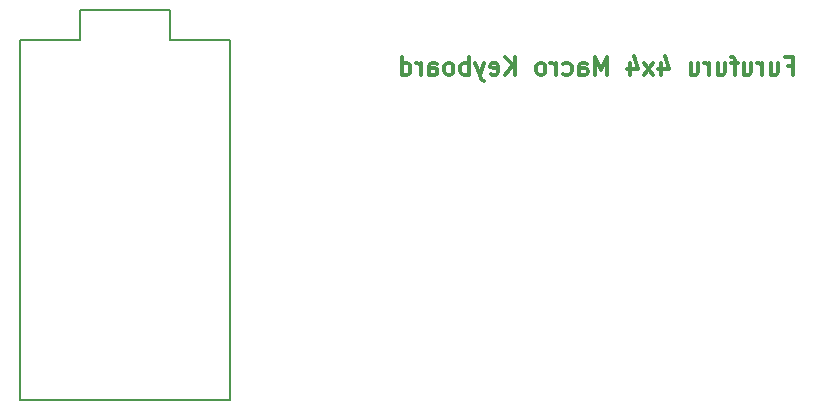
<source format=gbo>
G04 #@! TF.GenerationSoftware,KiCad,Pcbnew,(5.0.0)*
G04 #@! TF.CreationDate,2018-09-08T04:15:37+09:00*
G04 #@! TF.ProjectId,macro4x4,6D6163726F3478342E6B696361645F70,rev?*
G04 #@! TF.SameCoordinates,Original*
G04 #@! TF.FileFunction,Legend,Bot*
G04 #@! TF.FilePolarity,Positive*
%FSLAX46Y46*%
G04 Gerber Fmt 4.6, Leading zero omitted, Abs format (unit mm)*
G04 Created by KiCad (PCBNEW (5.0.0)) date 09/08/18 04:15:37*
%MOMM*%
%LPD*%
G01*
G04 APERTURE LIST*
%ADD10C,0.300000*%
%ADD11C,0.150000*%
%ADD12C,6.800000*%
%ADD13R,2.000000X2.000000*%
%ADD14O,2.000000X2.000000*%
%ADD15C,2.600000*%
%ADD16C,4.400000*%
%ADD17C,2.100000*%
%ADD18C,2.000000*%
%ADD19C,2.400000*%
G04 APERTURE END LIST*
D10*
X106071428Y-55892857D02*
X106571428Y-55892857D01*
X106571428Y-56678571D02*
X106571428Y-55178571D01*
X105857142Y-55178571D01*
X104642857Y-55678571D02*
X104642857Y-56678571D01*
X105285714Y-55678571D02*
X105285714Y-56464285D01*
X105214285Y-56607142D01*
X105071428Y-56678571D01*
X104857142Y-56678571D01*
X104714285Y-56607142D01*
X104642857Y-56535714D01*
X103928571Y-56678571D02*
X103928571Y-55678571D01*
X103928571Y-55964285D02*
X103857142Y-55821428D01*
X103785714Y-55750000D01*
X103642857Y-55678571D01*
X103500000Y-55678571D01*
X102357142Y-55678571D02*
X102357142Y-56678571D01*
X103000000Y-55678571D02*
X103000000Y-56464285D01*
X102928571Y-56607142D01*
X102785714Y-56678571D01*
X102571428Y-56678571D01*
X102428571Y-56607142D01*
X102357142Y-56535714D01*
X101857142Y-55678571D02*
X101285714Y-55678571D01*
X101642857Y-56678571D02*
X101642857Y-55392857D01*
X101571428Y-55250000D01*
X101428571Y-55178571D01*
X101285714Y-55178571D01*
X100142857Y-55678571D02*
X100142857Y-56678571D01*
X100785714Y-55678571D02*
X100785714Y-56464285D01*
X100714285Y-56607142D01*
X100571428Y-56678571D01*
X100357142Y-56678571D01*
X100214285Y-56607142D01*
X100142857Y-56535714D01*
X99428571Y-56678571D02*
X99428571Y-55678571D01*
X99428571Y-55964285D02*
X99357142Y-55821428D01*
X99285714Y-55750000D01*
X99142857Y-55678571D01*
X98999999Y-55678571D01*
X97857142Y-55678571D02*
X97857142Y-56678571D01*
X98499999Y-55678571D02*
X98499999Y-56464285D01*
X98428571Y-56607142D01*
X98285714Y-56678571D01*
X98071428Y-56678571D01*
X97928571Y-56607142D01*
X97857142Y-56535714D01*
X95357142Y-55678571D02*
X95357142Y-56678571D01*
X95714285Y-55107142D02*
X96071428Y-56178571D01*
X95142857Y-56178571D01*
X94714285Y-56678571D02*
X93928571Y-55678571D01*
X94714285Y-55678571D02*
X93928571Y-56678571D01*
X92714285Y-55678571D02*
X92714285Y-56678571D01*
X93071428Y-55107142D02*
X93428571Y-56178571D01*
X92500000Y-56178571D01*
X90785714Y-56678571D02*
X90785714Y-55178571D01*
X90285714Y-56250000D01*
X89785714Y-55178571D01*
X89785714Y-56678571D01*
X88428571Y-56678571D02*
X88428571Y-55892857D01*
X88499999Y-55750000D01*
X88642857Y-55678571D01*
X88928571Y-55678571D01*
X89071428Y-55750000D01*
X88428571Y-56607142D02*
X88571428Y-56678571D01*
X88928571Y-56678571D01*
X89071428Y-56607142D01*
X89142857Y-56464285D01*
X89142857Y-56321428D01*
X89071428Y-56178571D01*
X88928571Y-56107142D01*
X88571428Y-56107142D01*
X88428571Y-56035714D01*
X87071428Y-56607142D02*
X87214285Y-56678571D01*
X87500000Y-56678571D01*
X87642857Y-56607142D01*
X87714285Y-56535714D01*
X87785714Y-56392857D01*
X87785714Y-55964285D01*
X87714285Y-55821428D01*
X87642857Y-55750000D01*
X87500000Y-55678571D01*
X87214285Y-55678571D01*
X87071428Y-55750000D01*
X86428571Y-56678571D02*
X86428571Y-55678571D01*
X86428571Y-55964285D02*
X86357142Y-55821428D01*
X86285714Y-55750000D01*
X86142857Y-55678571D01*
X86000000Y-55678571D01*
X85285714Y-56678571D02*
X85428571Y-56607142D01*
X85500000Y-56535714D01*
X85571428Y-56392857D01*
X85571428Y-55964285D01*
X85500000Y-55821428D01*
X85428571Y-55750000D01*
X85285714Y-55678571D01*
X85071428Y-55678571D01*
X84928571Y-55750000D01*
X84857142Y-55821428D01*
X84785714Y-55964285D01*
X84785714Y-56392857D01*
X84857142Y-56535714D01*
X84928571Y-56607142D01*
X85071428Y-56678571D01*
X85285714Y-56678571D01*
X83000000Y-56678571D02*
X83000000Y-55178571D01*
X82142857Y-56678571D02*
X82785714Y-55821428D01*
X82142857Y-55178571D02*
X83000000Y-56035714D01*
X80928571Y-56607142D02*
X81071428Y-56678571D01*
X81357142Y-56678571D01*
X81500000Y-56607142D01*
X81571428Y-56464285D01*
X81571428Y-55892857D01*
X81500000Y-55750000D01*
X81357142Y-55678571D01*
X81071428Y-55678571D01*
X80928571Y-55750000D01*
X80857142Y-55892857D01*
X80857142Y-56035714D01*
X81571428Y-56178571D01*
X80357142Y-55678571D02*
X80000000Y-56678571D01*
X79642857Y-55678571D02*
X80000000Y-56678571D01*
X80142857Y-57035714D01*
X80214285Y-57107142D01*
X80357142Y-57178571D01*
X79071428Y-56678571D02*
X79071428Y-55178571D01*
X79071428Y-55750000D02*
X78928571Y-55678571D01*
X78642857Y-55678571D01*
X78500000Y-55750000D01*
X78428571Y-55821428D01*
X78357142Y-55964285D01*
X78357142Y-56392857D01*
X78428571Y-56535714D01*
X78500000Y-56607142D01*
X78642857Y-56678571D01*
X78928571Y-56678571D01*
X79071428Y-56607142D01*
X77500000Y-56678571D02*
X77642857Y-56607142D01*
X77714285Y-56535714D01*
X77785714Y-56392857D01*
X77785714Y-55964285D01*
X77714285Y-55821428D01*
X77642857Y-55750000D01*
X77500000Y-55678571D01*
X77285714Y-55678571D01*
X77142857Y-55750000D01*
X77071428Y-55821428D01*
X77000000Y-55964285D01*
X77000000Y-56392857D01*
X77071428Y-56535714D01*
X77142857Y-56607142D01*
X77285714Y-56678571D01*
X77500000Y-56678571D01*
X75714285Y-56678571D02*
X75714285Y-55892857D01*
X75785714Y-55750000D01*
X75928571Y-55678571D01*
X76214285Y-55678571D01*
X76357142Y-55750000D01*
X75714285Y-56607142D02*
X75857142Y-56678571D01*
X76214285Y-56678571D01*
X76357142Y-56607142D01*
X76428571Y-56464285D01*
X76428571Y-56321428D01*
X76357142Y-56178571D01*
X76214285Y-56107142D01*
X75857142Y-56107142D01*
X75714285Y-56035714D01*
X75000000Y-56678571D02*
X75000000Y-55678571D01*
X75000000Y-55964285D02*
X74928571Y-55821428D01*
X74857142Y-55750000D01*
X74714285Y-55678571D01*
X74571428Y-55678571D01*
X73428571Y-56678571D02*
X73428571Y-55178571D01*
X73428571Y-56607142D02*
X73571428Y-56678571D01*
X73857142Y-56678571D01*
X74000000Y-56607142D01*
X74071428Y-56535714D01*
X74142857Y-56392857D01*
X74142857Y-55964285D01*
X74071428Y-55821428D01*
X74000000Y-55750000D01*
X73857142Y-55678571D01*
X73571428Y-55678571D01*
X73428571Y-55750000D01*
D11*
G04 #@! TO.C,U1*
X58890000Y-84240000D02*
X41110000Y-84240000D01*
X41110000Y-84240000D02*
X41110000Y-53760000D01*
X41110000Y-53760000D02*
X46190000Y-53760000D01*
X46190000Y-53760000D02*
X46190000Y-51220000D01*
X46190000Y-51220000D02*
X53810000Y-51220000D01*
X53810000Y-51220000D02*
X53810000Y-53760000D01*
X53810000Y-53760000D02*
X58890000Y-53760000D01*
X58890000Y-53760000D02*
X58890000Y-84240000D01*
G04 #@! TD*
%LPC*%
D12*
G04 #@! TO.C,m4*
X135000000Y-145000000D03*
G04 #@! TD*
G04 #@! TO.C,m3*
X135000000Y-55000000D03*
G04 #@! TD*
G04 #@! TO.C,m2*
X45000000Y-145000000D03*
G04 #@! TD*
D13*
G04 #@! TO.C,D1*
X66950000Y-81915000D03*
D14*
X74570000Y-81915000D03*
G04 #@! TD*
G04 #@! TO.C,D2*
X93620000Y-81915000D03*
D13*
X86000000Y-81915000D03*
G04 #@! TD*
G04 #@! TO.C,D3*
X105050000Y-81915000D03*
D14*
X112670000Y-81915000D03*
G04 #@! TD*
D13*
G04 #@! TO.C,D4*
X124100000Y-81915000D03*
D14*
X131720000Y-81915000D03*
G04 #@! TD*
D13*
G04 #@! TO.C,D5*
X66950000Y-100965000D03*
D14*
X74570000Y-100965000D03*
G04 #@! TD*
D13*
G04 #@! TO.C,D6*
X86000000Y-100965000D03*
D14*
X93620000Y-100965000D03*
G04 #@! TD*
G04 #@! TO.C,D7*
X112670000Y-100965000D03*
D13*
X105050000Y-100965000D03*
G04 #@! TD*
D14*
G04 #@! TO.C,D8*
X131720000Y-100965000D03*
D13*
X124100000Y-100965000D03*
G04 #@! TD*
D14*
G04 #@! TO.C,D9*
X74570000Y-120015000D03*
D13*
X66950000Y-120015000D03*
G04 #@! TD*
D14*
G04 #@! TO.C,D10*
X93620000Y-120015000D03*
D13*
X86000000Y-120015000D03*
G04 #@! TD*
G04 #@! TO.C,D11*
X105050000Y-120015000D03*
D14*
X112670000Y-120015000D03*
G04 #@! TD*
D13*
G04 #@! TO.C,D12*
X124100000Y-120015000D03*
D14*
X131720000Y-120015000D03*
G04 #@! TD*
G04 #@! TO.C,D13*
X74570000Y-139065000D03*
D13*
X66950000Y-139065000D03*
G04 #@! TD*
G04 #@! TO.C,D14*
X86000000Y-139065000D03*
D14*
X93620000Y-139065000D03*
G04 #@! TD*
G04 #@! TO.C,D15*
X112670000Y-139065000D03*
D13*
X105050000Y-139065000D03*
G04 #@! TD*
D14*
G04 #@! TO.C,D16*
X131720000Y-139065000D03*
D13*
X124100000Y-139065000D03*
G04 #@! TD*
D15*
G04 #@! TO.C,SW1*
X73300000Y-67290000D03*
X66950000Y-69830000D03*
D16*
X70760000Y-72370000D03*
D17*
X65680000Y-72370000D03*
X75840000Y-72370000D03*
G04 #@! TD*
G04 #@! TO.C,SW2*
X94890000Y-72370000D03*
X84730000Y-72370000D03*
D16*
X89810000Y-72370000D03*
D15*
X86000000Y-69830000D03*
X92350000Y-67290000D03*
G04 #@! TD*
G04 #@! TO.C,SW3*
X111400000Y-67290000D03*
X105050000Y-69830000D03*
D16*
X108860000Y-72370000D03*
D17*
X103780000Y-72370000D03*
X113940000Y-72370000D03*
G04 #@! TD*
D15*
G04 #@! TO.C,SW4*
X130450000Y-67290000D03*
X124100000Y-69830000D03*
D16*
X127910000Y-72370000D03*
D17*
X122830000Y-72370000D03*
X132990000Y-72370000D03*
G04 #@! TD*
D15*
G04 #@! TO.C,SW5*
X73300000Y-86340000D03*
X66950000Y-88880000D03*
D16*
X70760000Y-91420000D03*
D17*
X65680000Y-91420000D03*
X75840000Y-91420000D03*
G04 #@! TD*
G04 #@! TO.C,SW6*
X94890000Y-91420000D03*
X84730000Y-91420000D03*
D16*
X89810000Y-91420000D03*
D15*
X86000000Y-88880000D03*
X92350000Y-86340000D03*
G04 #@! TD*
D17*
G04 #@! TO.C,SW7*
X113940000Y-91420000D03*
X103780000Y-91420000D03*
D16*
X108860000Y-91420000D03*
D15*
X105050000Y-88880000D03*
X111400000Y-86340000D03*
G04 #@! TD*
D17*
G04 #@! TO.C,SW8*
X132990000Y-91420000D03*
X122830000Y-91420000D03*
D16*
X127910000Y-91420000D03*
D15*
X124100000Y-88880000D03*
X130450000Y-86340000D03*
G04 #@! TD*
D17*
G04 #@! TO.C,SW9*
X75840000Y-110470000D03*
X65680000Y-110470000D03*
D16*
X70760000Y-110470000D03*
D15*
X66950000Y-107930000D03*
X73300000Y-105390000D03*
G04 #@! TD*
D17*
G04 #@! TO.C,SW10*
X94890000Y-110470000D03*
X84730000Y-110470000D03*
D16*
X89810000Y-110470000D03*
D15*
X86000000Y-107930000D03*
X92350000Y-105390000D03*
G04 #@! TD*
D17*
G04 #@! TO.C,SW11*
X113940000Y-110470000D03*
X103780000Y-110470000D03*
D16*
X108860000Y-110470000D03*
D15*
X105050000Y-107930000D03*
X111400000Y-105390000D03*
G04 #@! TD*
D17*
G04 #@! TO.C,SW12*
X132990000Y-110470000D03*
X122830000Y-110470000D03*
D16*
X127910000Y-110470000D03*
D15*
X124100000Y-107930000D03*
X130450000Y-105390000D03*
G04 #@! TD*
G04 #@! TO.C,SW13*
X73300000Y-124440000D03*
X66950000Y-126980000D03*
D16*
X70760000Y-129520000D03*
D17*
X65680000Y-129520000D03*
X75840000Y-129520000D03*
G04 #@! TD*
D15*
G04 #@! TO.C,SW14*
X92350000Y-124440000D03*
X86000000Y-126980000D03*
D16*
X89810000Y-129520000D03*
D17*
X84730000Y-129520000D03*
X94890000Y-129520000D03*
G04 #@! TD*
D15*
G04 #@! TO.C,SW15*
X111400000Y-124440000D03*
X105050000Y-126980000D03*
D16*
X108860000Y-129520000D03*
D17*
X103780000Y-129520000D03*
X113940000Y-129520000D03*
G04 #@! TD*
D15*
G04 #@! TO.C,SW16*
X130450000Y-124440000D03*
X124100000Y-126980000D03*
D16*
X127910000Y-129520000D03*
D17*
X122830000Y-129520000D03*
X132990000Y-129520000D03*
G04 #@! TD*
D13*
G04 #@! TO.C,U1*
X42380000Y-55030000D03*
D18*
X42380000Y-57570000D03*
X42380000Y-60110000D03*
X42380000Y-62650000D03*
X42380000Y-65190000D03*
X42380000Y-67730000D03*
X42380000Y-70270000D03*
X42380000Y-72810000D03*
X42380000Y-75350000D03*
X42380000Y-77890000D03*
X42380000Y-80430000D03*
X42380000Y-82970000D03*
X57620000Y-82970000D03*
X57620000Y-80430000D03*
X57620000Y-77890000D03*
X57620000Y-75350000D03*
X57620000Y-72810000D03*
X57620000Y-70270000D03*
X57620000Y-67730000D03*
X57620000Y-65190000D03*
X57620000Y-62650000D03*
X57620000Y-60110000D03*
X57620000Y-57570000D03*
X57620000Y-55030000D03*
G04 #@! TD*
D12*
G04 #@! TO.C,m1*
X65000000Y-55000000D03*
G04 #@! TD*
D19*
G04 #@! TO.C,RST_SW1*
X46000000Y-100500000D03*
X46000000Y-96000000D03*
X52500000Y-100500000D03*
X52500000Y-96000000D03*
G04 #@! TD*
M02*

</source>
